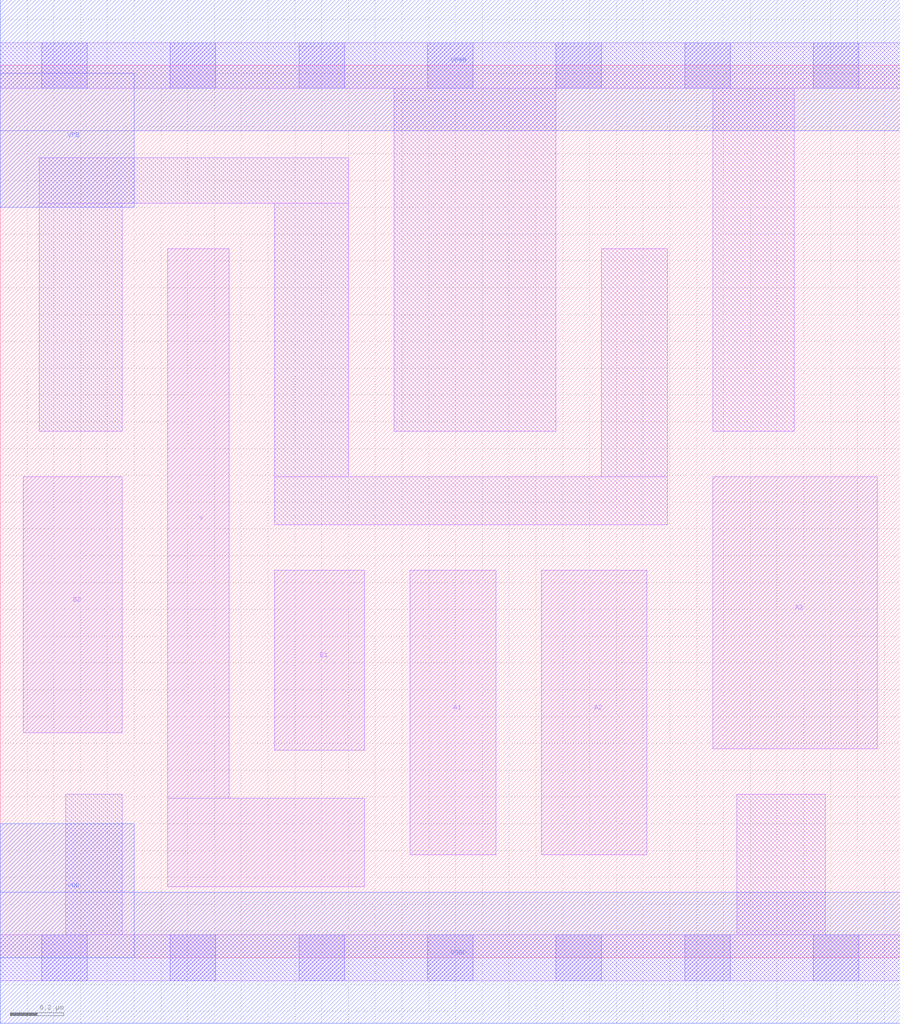
<source format=lef>
# Copyright 2020 The SkyWater PDK Authors
#
# Licensed under the Apache License, Version 2.0 (the "License");
# you may not use this file except in compliance with the License.
# You may obtain a copy of the License at
#
#     https://www.apache.org/licenses/LICENSE-2.0
#
# Unless required by applicable law or agreed to in writing, software
# distributed under the License is distributed on an "AS IS" BASIS,
# WITHOUT WARRANTIES OR CONDITIONS OF ANY KIND, either express or implied.
# See the License for the specific language governing permissions and
# limitations under the License.
#
# SPDX-License-Identifier: Apache-2.0

VERSION 5.5 ;
NAMESCASESENSITIVE ON ;
BUSBITCHARS "[]" ;
DIVIDERCHAR "/" ;
MACRO sky130_fd_sc_lp__a32oi_0
  CLASS CORE ;
  SOURCE USER ;
  ORIGIN  0.000000  0.000000 ;
  SIZE  3.360000 BY  3.330000 ;
  SYMMETRY X Y R90 ;
  SITE unit ;
  PIN A1
    ANTENNAGATEAREA  0.159000 ;
    DIRECTION INPUT ;
    USE SIGNAL ;
    PORT
      LAYER li1 ;
        RECT 1.530000 0.385000 1.850000 1.445000 ;
    END
  END A1
  PIN A2
    ANTENNAGATEAREA  0.159000 ;
    DIRECTION INPUT ;
    USE SIGNAL ;
    PORT
      LAYER li1 ;
        RECT 2.020000 0.385000 2.415000 1.445000 ;
    END
  END A2
  PIN A3
    ANTENNAGATEAREA  0.159000 ;
    DIRECTION INPUT ;
    USE SIGNAL ;
    PORT
      LAYER li1 ;
        RECT 2.660000 0.780000 3.275000 1.795000 ;
    END
  END A3
  PIN B1
    ANTENNAGATEAREA  0.159000 ;
    DIRECTION INPUT ;
    USE SIGNAL ;
    PORT
      LAYER li1 ;
        RECT 1.025000 0.775000 1.360000 1.445000 ;
    END
  END B1
  PIN B2
    ANTENNAGATEAREA  0.159000 ;
    DIRECTION INPUT ;
    USE SIGNAL ;
    PORT
      LAYER li1 ;
        RECT 0.085000 0.840000 0.455000 1.795000 ;
    END
  END B2
  PIN Y
    ANTENNADIFFAREA  0.355600 ;
    DIRECTION OUTPUT ;
    USE SIGNAL ;
    PORT
      LAYER li1 ;
        RECT 0.625000 0.265000 1.360000 0.595000 ;
        RECT 0.625000 0.595000 0.855000 2.645000 ;
    END
  END Y
  PIN VGND
    DIRECTION INOUT ;
    USE GROUND ;
    PORT
      LAYER met1 ;
        RECT 0.000000 -0.245000 3.360000 0.245000 ;
    END
  END VGND
  PIN VNB
    DIRECTION INOUT ;
    USE GROUND ;
    PORT
    END
  END VNB
  PIN VPB
    DIRECTION INOUT ;
    USE POWER ;
    PORT
    END
  END VPB
  PIN VNB
    DIRECTION INOUT ;
    USE GROUND ;
    PORT
      LAYER met1 ;
        RECT 0.000000 0.000000 0.500000 0.500000 ;
    END
  END VNB
  PIN VPB
    DIRECTION INOUT ;
    USE POWER ;
    PORT
      LAYER met1 ;
        RECT 0.000000 2.800000 0.500000 3.300000 ;
    END
  END VPB
  PIN VPWR
    DIRECTION INOUT ;
    USE POWER ;
    PORT
      LAYER met1 ;
        RECT 0.000000 3.085000 3.360000 3.575000 ;
    END
  END VPWR
  OBS
    LAYER li1 ;
      RECT 0.000000 -0.085000 3.360000 0.085000 ;
      RECT 0.000000  3.245000 3.360000 3.415000 ;
      RECT 0.145000  1.965000 0.455000 2.815000 ;
      RECT 0.145000  2.815000 1.300000 2.985000 ;
      RECT 0.245000  0.085000 0.455000 0.610000 ;
      RECT 1.025000  1.615000 2.490000 1.795000 ;
      RECT 1.025000  1.795000 1.300000 2.815000 ;
      RECT 1.470000  1.965000 2.075000 3.245000 ;
      RECT 2.245000  1.795000 2.490000 2.645000 ;
      RECT 2.660000  1.965000 2.965000 3.245000 ;
      RECT 2.750000  0.085000 3.080000 0.610000 ;
    LAYER mcon ;
      RECT 0.155000 -0.085000 0.325000 0.085000 ;
      RECT 0.155000  3.245000 0.325000 3.415000 ;
      RECT 0.635000 -0.085000 0.805000 0.085000 ;
      RECT 0.635000  3.245000 0.805000 3.415000 ;
      RECT 1.115000 -0.085000 1.285000 0.085000 ;
      RECT 1.115000  3.245000 1.285000 3.415000 ;
      RECT 1.595000 -0.085000 1.765000 0.085000 ;
      RECT 1.595000  3.245000 1.765000 3.415000 ;
      RECT 2.075000 -0.085000 2.245000 0.085000 ;
      RECT 2.075000  3.245000 2.245000 3.415000 ;
      RECT 2.555000 -0.085000 2.725000 0.085000 ;
      RECT 2.555000  3.245000 2.725000 3.415000 ;
      RECT 3.035000 -0.085000 3.205000 0.085000 ;
      RECT 3.035000  3.245000 3.205000 3.415000 ;
  END
END sky130_fd_sc_lp__a32oi_0
END LIBRARY

</source>
